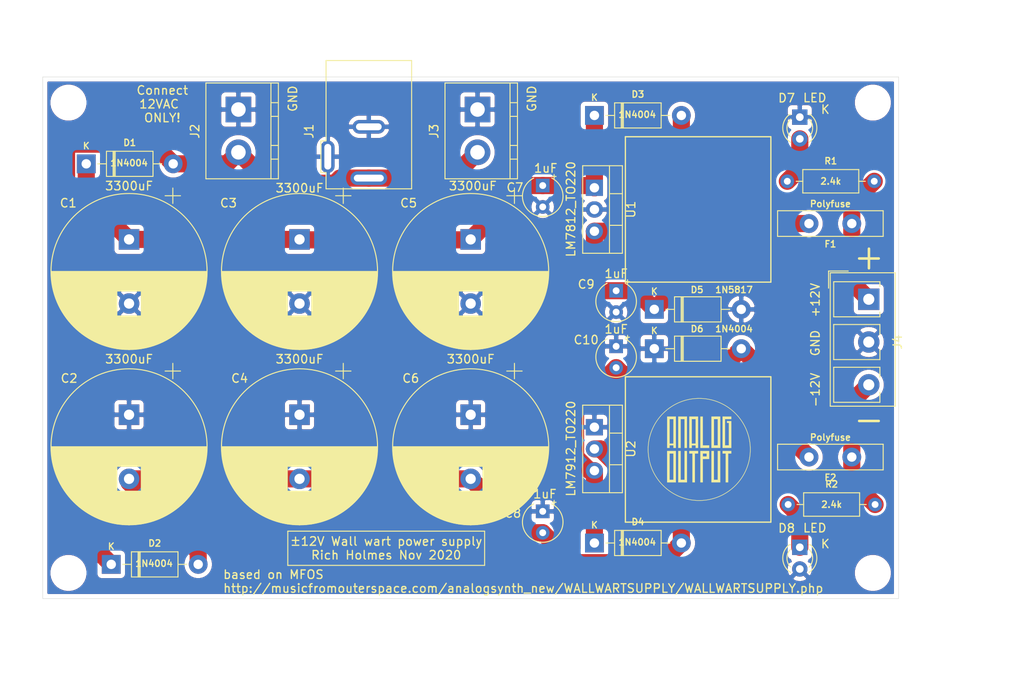
<source format=kicad_pcb>
(kicad_pcb (version 20211014) (generator pcbnew)
  (layers (0 "F.Cu" signal) (31 "B.Cu" signal) (34 "B.Paste" user) (35 "F.Paste" user) (36 "B.SilkS" user "B.Silkscreen") (37 "F.SilkS" user "F.Silkscreen") (38 "B.Mask" user) (39 "F.Mask" user) (44 "Edge.Cuts" user))
  (net 0 "")
  (net 1 "GND")
  (net 2 "Net-(C1-Pad1)")
  (net 3 "Net-(C2-Pad2)")
  (net 4 "Net-(C9-Pad1)")
  (net 5 "Net-(C10-Pad2)")
  (net 6 "Net-(D1-Pad2)")
  (net 7 "Net-(D7-Pad2)")
  (net 8 "Net-(D8-Pad1)")
  (net 9 "+12V")
  (net 10 "-12V")
  (footprint "Capacitor_THT:CP_Radial_Tantal_D4.5mm_P2.50mm" (layer "F.Cu") (at 117 95.5 -90)
    (fp_text reference "C10" (at -0.75 3.5 180) (layer "F.SilkS"))
    (fp_text value "1uF")
    (fp_text user "${VALUE}" (at -2 0) (layer "F.SilkS"))
    (pad "1" thru_hole rect locked (at 0 0 270) (size 1.6 1.6) (drill 0.8) (layers *.Cu *.Mask) (net 1 "GND"))
    (pad "2" thru_hole circle locked (at 2.5 0 270) (size 1.6 1.6) (drill 0.8) (layers *.Cu *.Mask) (net 5 "Net-(C10-Pad2)"))
  )
  (footprint "Capacitor_THT:CP_Radial_D18.0mm_P7.50mm" (layer "F.Cu") (at 80 83 -90)
    (fp_text reference "C3" (at -4.25 8.3 180) (layer "F.SilkS"))
    (fp_text value "3300uF")
    (fp_text user "${VALUE}" (at -6 0) (layer "F.SilkS"))
    (pad "1" thru_hole rect locked (at 0 0 270) (size 2.4 2.4) (drill 1.2) (layers *.Cu *.Mask) (net 2 "Net-(C1-Pad1)"))
    (pad "2" thru_hole circle locked (at 7.5 0 270) (size 2.4 2.4) (drill 1.2) (layers *.Cu *.Mask) (net 1 "GND"))
  )
  (footprint "Capacitor_THT:CP_Radial_D18.0mm_P7.50mm" (layer "F.Cu") (at 80 103.5 -90)
    (fp_text reference "C4" (at -4.25 7 180) (layer "F.SilkS"))
    (fp_text value "3300uF")
    (fp_text user "${VALUE}" (at -6.5 0) (layer "F.SilkS"))
    (pad "1" thru_hole rect locked (at 0 0 270) (size 2.4 2.4) (drill 1.2) (layers *.Cu *.Mask) (net 1 "GND"))
    (pad "2" thru_hole circle locked (at 7.5 0 270) (size 2.4 2.4) (drill 1.2) (layers *.Cu *.Mask) (net 3 "Net-(C2-Pad2)"))
  )
  (footprint "Capacitor_THT:CP_Radial_D18.0mm_P7.50mm" (layer "F.Cu") (at 100 83 -90)
    (fp_text reference "C5" (at -4.25 7.25 180) (layer "F.SilkS"))
    (fp_text value "3300uF")
    (fp_text user "${VALUE}" (at -6.25 -0.25) (layer "F.SilkS"))
    (pad "1" thru_hole rect locked (at 0 0 270) (size 2.4 2.4) (drill 1.2) (layers *.Cu *.Mask) (net 2 "Net-(C1-Pad1)"))
    (pad "2" thru_hole circle locked (at 7.5 0 270) (size 2.4 2.4) (drill 1.2) (layers *.Cu *.Mask) (net 1 "GND"))
  )
  (footprint "Capacitor_THT:CP_Radial_D18.0mm_P7.50mm" (layer "F.Cu") (at 100 103.5 -90)
    (fp_text reference "C6" (at -4.25 7 180) (layer "F.SilkS"))
    (fp_text value "3300uF")
    (fp_text user "${VALUE}" (at -6.5 0) (layer "F.SilkS"))
    (pad "1" thru_hole rect locked (at 0 0 270) (size 2.4 2.4) (drill 1.2) (layers *.Cu *.Mask) (net 1 "GND"))
    (pad "2" thru_hole circle locked (at 7.5 0 270) (size 2.4 2.4) (drill 1.2) (layers *.Cu *.Mask) (net 3 "Net-(C2-Pad2)"))
  )
  (footprint "Capacitor_THT:CP_Radial_Tantal_D4.5mm_P2.50mm" (layer "F.Cu") (at 108.42 76.7 -90)
    (fp_text reference "C7" (at 0.228856 3.25 180) (layer "F.SilkS"))
    (fp_text value "1uF")
    (fp_text user "${VALUE}" (at -2.021144 -0.35) (layer "F.SilkS"))
    (pad "1" thru_hole rect locked (at 0 0 270) (size 1.6 1.6) (drill 0.8) (layers *.Cu *.Mask) (net 2 "Net-(C1-Pad1)"))
    (pad "2" thru_hole circle locked (at 2.5 0 270) (size 1.6 1.6) (drill 0.8) (layers *.Cu *.Mask) (net 1 "GND"))
  )
  (footprint "Capacitor_THT:CP_Radial_Tantal_D4.5mm_P2.50mm" (layer "F.Cu") (at 108.42 114.8 -90)
    (fp_text reference "C8" (at 0.228856 3.5 180) (layer "F.SilkS"))
    (fp_text value "1uF")
    (fp_text user "${VALUE}" (at -2.021144 -0.25) (layer "F.SilkS"))
    (pad "1" thru_hole rect locked (at 0 0 270) (size 1.6 1.6) (drill 0.8) (layers *.Cu *.Mask) (net 1 "GND"))
    (pad "2" thru_hole circle locked (at 2.5 0 270) (size 1.6 1.6) (drill 0.8) (layers *.Cu *.Mask) (net 3 "Net-(C2-Pad2)"))
  )
  (footprint "Capacitor_THT:CP_Radial_Tantal_D4.5mm_P2.50mm" (layer "F.Cu") (at 117 89 -90)
    (fp_text reference "C9" (at -0.75 3.5 180) (layer "F.SilkS"))
    (fp_text value "1uF")
    (fp_text user "${VALUE}" (at -2 0) (layer "F.SilkS"))
    (pad "1" thru_hole rect locked (at 0 0 270) (size 1.6 1.6) (drill 0.8) (layers *.Cu *.Mask) (net 4 "Net-(C9-Pad1)"))
    (pad "2" thru_hole circle locked (at 2.5 0 270) (size 1.6 1.6) (drill 0.8) (layers *.Cu *.Mask) (net 1 "GND"))
  )
  (footprint "ao_tht:D_DO-41_SOD81_P10.16mm_Horizontal" (layer "F.Cu") (at 114.46 68.5)
    (fp_text reference "D3" (at 5.08 -2.47) (layer "F.SilkS") (effects (font (size 0.75 0.75))))
    (fp_text value "1N4004")
    (fp_text user "K" (at 0 -2.1) (layer "F.SilkS") (effects (font (size 0.75 0.75))))
    (fp_text user "${VALUE}" (at 5 -0.1) (layer "F.SilkS") (effects (font (size 0.75 0.75))))
    (pad "1" thru_hole rect locked (at 0 0) (size 2.2 2.2) (drill 1.1) (layers *.Cu *.Mask) (net 2 "Net-(C1-Pad1)"))
    (pad "2" thru_hole oval locked (at 10.16 0) (size 2.2 2.2) (drill 1.1) (layers *.Cu *.Mask) (net 4 "Net-(C9-Pad1)"))
  )
  (footprint "ao_tht:D_DO-41_SOD81_P10.16mm_Horizontal" (layer "F.Cu") (at 114.46 118.5)
    (fp_text reference "D4" (at 5.08 -2.47) (layer "F.SilkS") (effects (font (size 0.75 0.75))))
    (fp_text value "1N4004")
    (fp_text user "${VALUE}" (at 5 -0.1) (layer "F.SilkS") (effects (font (size 0.75 0.75))))
    (fp_text user "K" (at 0 -2.1) (layer "F.SilkS") (effects (font (size 0.75 0.75))))
    (pad "1" thru_hole rect locked (at 0 0) (size 2.2 2.2) (drill 1.1) (layers *.Cu *.Mask) (net 5 "Net-(C10-Pad2)"))
    (pad "2" thru_hole oval locked (at 10.16 0) (size 2.2 2.2) (drill 1.1) (layers *.Cu *.Mask) (net 3 "Net-(C2-Pad2)"))
  )
  (footprint "ao_tht:D_DO-41_SOD81_P10.16mm_Horizontal" (layer "F.Cu") (at 121.46 95.777712)
    (fp_text reference "D6" (at 4.994 -2.313712) (layer "F.SilkS") (effects (font (size 0.75 0.75))))
    (fp_text value "1N4004")
    (fp_text user "K" (at 0 -2.1) (layer "F.SilkS") (effects (font (size 0.75 0.75))))
    (fp_text user "${VALUE}" (at 9.312 -2.313712) (layer "F.SilkS") (effects (font (size 0.75 0.75))))
    (pad "1" thru_hole rect locked (at 0 0) (size 2.2 2.2) (drill 1.1) (layers *.Cu *.Mask) (net 1 "GND"))
    (pad "2" thru_hole oval locked (at 10.16 0) (size 2.2 2.2) (drill 1.1) (layers *.Cu *.Mask) (net 5 "Net-(C10-Pad2)"))
  )
  (footprint "LED_THT:LED_D3.0mm" (layer "F.Cu") (at 138.46 68.7 -90)
    (fp_text reference "D7" (at -2.23 1.54 180) (layer "F.SilkS"))
    (fp_text value "LED")
    (fp_text user "${VALUE}" (at -2.25 -1.75) (layer "F.SilkS"))
    (pad "1" thru_hole rect locked (at 0 0 270) (size 1.8 1.8) (drill 0.9) (layers *.Cu *.Mask) (net 1 "GND"))
    (pad "2" thru_hole circle locked (at 2.54 0 270) (size 1.8 1.8) (drill 0.9) (layers *.Cu *.Mask) (net 7 "Net-(D7-Pad2)"))
  )
  (footprint "LED_THT:LED_D3.0mm" (layer "F.Cu") (at 138.46 119 -90)
    (fp_text reference "D8" (at -2.23 1.54 180) (layer "F.SilkS"))
    (fp_text value "LED")
    (fp_text user "${VALUE}" (at -2.25 -1.75) (layer "F.SilkS"))
    (pad "1" thru_hole rect locked (at 0 0 270) (size 1.8 1.8) (drill 0.9) (layers *.Cu *.Mask) (net 8 "Net-(D8-Pad1)"))
    (pad "2" thru_hole circle locked (at 2.54 0 270) (size 1.8 1.8) (drill 0.9) (layers *.Cu *.Mask) (net 1 "GND"))
  )
  (footprint "ao_tht:PPTC_RXEF110" (layer "F.Cu") (at 142.035 81.145 180)
    (fp_text reference "F1" (at 0 -2.4) (layer "F.SilkS") (effects (font (size 0.75 0.75))))
    (fp_text value "Polyfuse")
    (fp_text user "${VALUE}" (at 0 2.3) (layer "F.SilkS") (effects (font (size 0.75 0.75))))
    (pad "1" thru_hole circle locked (at -2.5 0 180) (size 2.2 2.2) (drill 1.1) (layers *.Cu *.Mask) (net 9 "+12V"))
    (pad "2" thru_hole circle locked (at 2.5 0 180) (size 2.2 2.2) (drill 1.1) (layers *.Cu *.Mask) (net 4 "Net-(C9-Pad1)"))
  )
  (footprint "ao_tht:PPTC_RXEF110" (layer "F.Cu") (at 142.035 108.45 180)
    (fp_text reference "F2" (at 0 -2.4) (layer "F.SilkS") (effects (font (size 0.75 0.75))))
    (fp_text value "Polyfuse")
    (fp_text user "${VALUE}" (at 0 2.3) (layer "F.SilkS") (effects (font (size 0.75 0.75))))
    (pad "1" thru_hole circle locked (at -2.5 0 180) (size 2.2 2.2) (drill 1.1) (layers *.Cu *.Mask) (net 10 "-12V"))
    (pad "2" thru_hole circle locked (at 2.5 0 180) (size 2.2 2.2) (drill 1.1) (layers *.Cu *.Mask) (net 5 "Net-(C10-Pad2)"))
  )
  (footprint "ao_tht:TerminalBlock_Degson_DG301_1x03_P5.00mm_Vertical" (layer "F.Cu") (at 146.52 95 -90)
    (fp_text reference "J4" (at 0 -3.36 90) (layer "F.SilkS"))
    (fp_text value "Conn_01x03")
    (pad "1" thru_hole rect locked (at -5 0 270) (size 2.5 2.5) (drill 1.3) (layers *.Cu *.Mask) (net 9 "+12V"))
    (pad "2" thru_hole circle locked (at 0 0 270) (size 2.5 2.5) (drill 1.3) (layers *.Cu *.Mask) (net 1 "GND"))
    (pad "3" thru_hole circle locked (at 5 0 270) (size 2.5 2.5) (drill 1.3) (layers *.Cu *.Mask) (net 10 "-12V"))
  )
  (footprint "ao_tht:R_Axial_DIN0207_L6.3mm_D2.5mm_P10.16mm_Horizontal" (layer "F.Cu") (at 137 76.2)
    (fp_text reference "R1" (at 5.08 -2.37) (layer "F.SilkS") (effects (font (size 0.75 0.75))))
    (fp_text value "2.4k")
    (fp_text user "${VALUE}" (at 5.08 0) (layer "F.SilkS") (effects (font (size 0.75 0.75))))
    (pad "1" thru_hole circle locked (at 0 0) (size 1.6 1.6) (drill 0.8) (layers *.Cu *.Mask) (net 7 "Net-(D7-Pad2)"))
    (pad "2" thru_hole oval locked (at 10.16 0) (size 1.6 1.6) (drill 0.8) (layers *.Cu *.Mask) (net 9 "+12V"))
  )
  (footprint "ao_tht:R_Axial_DIN0207_L6.3mm_D2.5mm_P10.16mm_Horizontal" (layer "F.Cu") (at 137.1 114)
    (fp_text reference "R2" (at 5.08 -2.37) (layer "F.SilkS") (effects (font (size 0.75 0.75))))
    (fp_text value "2.4k")
    (fp_text user "${VALUE}" (at 5.08 0) (layer "F.SilkS") (effects (font (size 0.75 0.75))))
    (pad "1" thru_hole circle locked (at 0 0) (size 1.6 1.6) (drill 0.8) (layers *.Cu *.Mask) (net 8 "Net-(D8-Pad1)"))
    (pad "2" thru_hole oval locked (at 10.16 0) (size 1.6 1.6) (drill 0.8) (layers *.Cu *.Mask) (net 10 "-12V"))
  )
  (footprint "Package_TO_SOT_THT:TO-220-3_Vertical" (layer "F.Cu") (at 114.46 104.96 -90)
    (fp_text reference "U2" (at 2.54 -4.27 90) (layer "F.SilkS"))
    (fp_text value "LM7912_TO220")
    (fp_text user "${VALUE}" (at 2.5 2.75 -90) (layer "F.SilkS"))
    (pad "1" thru_hole rect locked (at 0 0 270) (size 1.905 2) (drill 1.1) (layers *.Cu *.Mask) (net 1 "GND"))
    (pad "2" thru_hole oval locked (at 2.54 0 270) (size 1.905 2) (drill 1.1) (layers *.Cu *.Mask) (net 3 "Net-(C2-Pad2)"))
    (pad "3" thru_hole oval locked (at 5.08 0 270) (size 1.905 2) (drill 1.1) (layers *.Cu *.Mask) (net 5 "Net-(C10-Pad2)"))
  )
  (footprint "Diode_THT:D_DO-41_SOD81_P10.16mm_Horizontal" (layer "F.Cu") (at 121.46 91.18)
    (fp_text reference "D5" (at 4.994 -2.288) (layer "F.SilkS") (effects (font (size 0.75 0.75))))
    (fp_text value "1N5817")
    (fp_text user "K" (at 0 -2.1) (layer "F.SilkS") (effects (font (size 0.75 0.75))))
    (fp_text user "${VALUE}" (at 9.312 -2.288 unlocked) (layer "F.SilkS") (effects (font (size 0.75 0.75))))
    (pad "1" thru_hole rect (at 0 0) (size 2.2 2.2) (drill 1.1) (layers *.Cu *.Mask) (net 4 "Net-(C9-Pad1)"))
    (pad "2" thru_hole oval (at 10.16 0) (size 2.2 2.2) (drill 1.1) (layers *.Cu *.Mask) (net 1 "GND"))
  )
  (footprint "Package_TO_SOT_THT:TO-220-3_Vertical" (layer "F.Cu") (at 114.46 76.96 -90)
    (fp_text reference "U1" (at 2.54 -4.27 90) (layer "F.SilkS"))
    (fp_text value "LM7812_TO220")
    (fp_text user "${VALUE}" (at 2.5 2.75 -90) (layer "F.SilkS"))
    (pad "1" thru_hole rect locked (at 0 0 270) (size 1.905 2) (drill 1.1) (layers *.Cu *.Mask) (net 2 "Net-(C1-Pad1)"))
    (pad "2" thru_hole oval locked (at 2.54 0 270) (size 1.905 2) (drill 1.1) (layers *.Cu *.Mask) (net 1 "GND"))
    (pad "3" thru_hole oval locked (at 5.08 0 270) (size 1.905 2) (drill 1.1) (layers *.Cu *.Mask) (net 4 "Net-(C9-Pad1)"))
  )
  (footprint "ao_tht:TerminalBlock_dinkle_pluggable_2_P5.00mm" (layer "F.Cu") (at 72.86 67.81 -90)
    (fp_text reference "J2" (at 2.54 5.08 90) (layer "F.SilkS"))
    (fp_text value "Conn_01x02")
    (pad "1" thru_hole rect locked (at 0 0 270) (size 3 3) (drill 1.7) (layers *.Cu *.Mask) (net 1 "GND"))
    (pad "2" thru_hole circle locked (at 5 0 270) (size 3 3) (drill 1.7) (layers *.Cu *.Mask) (net 6 "Net-(D1-Pad2)"))
  )
  (footprint "Capacitor_THT:CP_Radial_D18.0mm_P7.50mm" (layer "F.Cu") (at 60.08 103.5 -90)
    (fp_text reference "C2" (at -4.25 7 180) (layer "F.SilkS"))
    (fp_text value "3300uF")
    (fp_text user "${VALUE}" (at -6.5 0) (layer "F.SilkS"))
    (pad "1" thru_hole rect locked (at 0 0 270) (size 2.4 2.4) (drill 1.2) (layers *.Cu *.Mask) (net 1 "GND"))
    (pad "2" thru_hole circle locked (at 7.5 0 270) (size 2.4 2.4) (drill 1.2) (layers *.Cu *.Mask) (net 3 "Net-(C2-Pad2)"))
  )
  (footprint "Capacitor_THT:CP_Radial_D18.0mm_P7.50mm" (layer "F.Cu") (at 60.08 83 -90)
    (fp_text reference "C1" (at -4.25 7.1 180) (layer "F.SilkS"))
    (fp_text value "3300uF")
    (fp_text user "${VALUE}" (at -6.25 0) (layer "F.SilkS"))
    (pad "1" thru_hole rect locked (at 0 0 270) (size 2.4 2.4) (drill 1.2) (layers *.Cu *.Mask) (net 2 "Net-(C1-Pad1)"))
    (pad "2" thru_hole circle locked (at 7.5 0 270) (size 2.4 2.4) (drill 1.2) (layers *.Cu *.Mask) (net 1 "GND"))
  )
  (footprint "ao_tht:D_DO-41_SOD81_P10.16mm_Horizontal" (layer "F.Cu") (at 55.08 74.16)
    (fp_text reference "D1" (at 5.08 -2.47) (layer "F.SilkS") (effects (font (size 0.75 0.75))))
    (fp_text value "1N4004")
    (fp_text user "K" (at 0 -2.1) (layer "F.SilkS") (effects (font (size 0.75 0.75))))
    (fp_text user "${VALUE}" (at 5 -0.1) (layer "F.SilkS") (effects (font (size 0.75 0.75))))
    (pad "1" thru_hole rect locked (at 0 0) (size 2.2 2.2) (drill 1.1) (layers *.Cu *.Mask) (net 2 "Net-(C1-Pad1)"))
    (pad "2" thru_hole oval locked (at 10.16 0) (size 2.2 2.2) (drill 1.1) (layers *.Cu *.Mask) (net 6 "Net-(D1-Pad2)"))
  )
  (footprint "ao_tht:D_DO-41_SOD81_P10.16mm_Horizontal" (layer "F.Cu") (at 58 121)
    (fp_text reference "D2" (at 5.08 -2.47) (layer "F.SilkS") (effects (font (size 0.75 0.75))))
    (fp_text value "1N4004")
    (fp_text user "${VALUE}" (at 5 -0.1) (layer "F.SilkS") (effects (font (size 0.75 0.75))))
    (fp_text user "K" (at 0 -2.1) (layer "F.SilkS") (effects (font (size 0.75 0.75))))
    (pad "1" thru_hole rect locked (at 0 0) (size 2.2 2.2) (drill 1.1) (layers *.Cu *.Mask) (net 6 "Net-(D1-Pad2)"))
    (pad "2" thru_hole oval locked (at 10.16 0) (size 2.2 2.2) (drill 1.1) (layers *.Cu *.Mask) (net 3 "Net-(C2-Pad2)"))
  )
  (footprint "ao_tht:Wall_wart_A-4118" (layer "F.Cu") (at 88.1 69.08 -90)
    (fp_text reference "J1" (at 1.27 6.985 -90) (layer "F.SilkS"))
    (fp_text value "Conn_01x03")
    (pad "1" thru_hole oval locked (at 4.25 4.8 270) (size 3.8 1.6) (drill oval 3 0.8) (layers *.Cu *.Mask) (net 1 "GND"))
    (pad "2" thru_hole oval locked (at 0.75 0 270) (size 1.6 3.8) (drill oval 0.8 3) (layers *.Cu *.Mask) (net 1 "GND"))
    (pad "3" thru_hole oval locked (at 6.75 0 270) (size 1.6 4.3) (drill oval 0.8 3.5) (layers *.Cu *.Mask) (net 6 "Net-(D1-Pad2)"))
  )
  (footprint "ao_tht:analogoutput_12mm" (layer "F.Cu") (at 126.708 107.561)
    (fp_text reference "GRAF1" hide)
    (fp_text value "AO logo" hide)
  )
  (footprint "ao_tht:MountingHole_3.2mm_M3" (layer "F.Cu") (at 53 67)
    (fp_text reference "H1" hide)
    (fp_text value "MountingHole")
    (pad "" np_thru_hole circle locked (at 0 0) (size 3.2 3.2) (drill 3.2) (layers *.Cu *.Mask))
  )
  (footprint "ao_tht:MountingHole_3.2mm_M3" (layer "F.Cu") (at 147 67)
    (fp_text reference "H2" hide)
    (fp_text value "MountingHole")
    (pad "" np_thru_hole circle locked (at 0 0) (size 3.2 3.2) (drill 3.2) (layers *.Cu *.Mask))
  )
  (footprint "ao_tht:MountingHole_3.2mm_M3" (layer "F.Cu") (at 53 122)
    (fp_text reference "H3" hide)
    (fp_text value "MountingHole")
    (pad "" np_thru_hole circle locked (at 0 0) (size 3.2 3.2) (drill 3.2) (layers *.Cu *.Mask))
  )
  (footprint "ao_tht:MountingHole_3.2mm_M3" (layer "F.Cu") (at 147 122)
    (fp_text reference "H4" hide)
    (fp_text value "MountingHole")
    (pad "" np_thru_hole circle locked (at 0 0) (size 3.2 3.2) (drill 3.2) (layers *.Cu *.Mask))
  )
  (footprint "ao_tht:Heatsink_17x17mm_A-5093" (layer "F.Cu") (at 126.581 79.494)
    (fp_text reference "HS1" hide)
    (fp_text value "Heatsink")
  )
  (footprint "ao_tht:Heatsink_17x17mm_A-5093" (layer "F.Cu") (at 126.581 107.561)
    (fp_text reference "HS2" hide)
    (fp_text value "Heatsink")
  )
  (footprint "ao_tht:TerminalBlock_dinkle_pluggable_2_P5.00mm" (layer "F.Cu") (at 100.8 67.81 -90)
    (fp_text reference "J3" (at 2.54 5.08 90) (layer "F.SilkS"))
    (fp_text value "Conn_01x02")
    (pad "1" thru_hole rect locked (at 0 0 270) (size 3 3) (drill 1.7) (layers *.Cu *.Mask) (net 1 "GND"))
    (pad "2" thru_hole circle locked (at 5 0 270) (size 3 3) (drill 1.7) (layers *.Cu *.Mask) (net 6 "Net-(D1-Pad2)"))
  )
  (gr_line (start 78.63 121.115) (end 78.63 117.115) (layer "F.SilkS") (width 0.12))
  (gr_line (start 101.63 121.115) (end 78.63 121.115) (layer "F.SilkS") (width 0.12))
  (gr_line (start 101.63 117.115) (end 101.63 121.115) (layer "F.SilkS") (width 0.12))
  (gr_line (start 78.63 117.115) (end 101.63 117.115) (layer "F.SilkS") (width 0.12))
  (gr_line (start 50 125) (end 50 64) (layer "Edge.Cuts") (width 0.05))
  (gr_line (start 150 125) (end 50 125) (layer "Edge.Cuts") (width 0.05))
  (gr_line (start 150 64) (end 150 125) (layer "Edge.Cuts") (width 0.05))
  (gr_line (start 50 64) (end 150 64) (layer "Edge.Cuts") (width 0.05))
  (gr_text "±12V Wall wart power supply\nRich Holmes Nov 2020" (at 90.13 119.115) (layer "F.SilkS") (effects (font (size 1 1))))
  (gr_text "-12V" (at 140.27 98.5 90) (layer "F.SilkS") (effects (font (size 1 1)) (justify right)))
  (gr_text "GND" (at 140.27 93.5 90) (layer "F.SilkS") (effects (font (size 1 1)) (justify right)))
  (gr_text "-" (at 146.54 104) (layer "F.SilkS") (effects (font (size 3 3) (thickness 0.3))))
  (gr_text "GND" (at 79.21 66.54 90) (layer "F.SilkS") (effects (font (size 1 1))))
  (gr_text "GND" (at 107.15 66.54 90) (layer "F.SilkS") (effects (font (size 1 1))))
  (gr_text "K" (at 141.44 118.61) (layer "F.SilkS") (effects (font (size 1 1))))
  (gr_text "+12V" (at 140.27 88 90) (layer "F.SilkS") (effects (font (size 1 1)) (justify right)))
  (gr_text "based on MFOS \nhttp://musicfromouterspace.com/analogsynth_new/WALLWARTSUPPLY/WALLWARTSUPPLY.php" (at 71 123) (layer "F.SilkS") (effects (font (size 1 1)) (justify left)))
  (gr_text "K" (at 141.44 67.81) (layer "F.SilkS") (effects (font (size 1 1))))
  (gr_text "Connect\n12VAC \nONLY!" (at 63.97 67.175) (layer "F.SilkS") (effects (font (size 1 1))))
  (gr_text "+" (at 146.54 85) (layer "F.SilkS") (effects (font (size 3 3) (thickness 0.3))))
  (segment (start 114.2 76.7) (end 114.46 76.96) (width 2) (layer "F.Cu") (net 2))
  (segment (start 80 83) (end 80.05 83.05) (width 2) (layer "F.Cu") (net 2))
  (segment (start 106.3 76.7) (end 108.42 76.7) (width 2) (layer "F.Cu") (net 2))
  (segment (start 60 83) (end 80 83) (width 2) (layer "F.Cu") (net 2))
  (segment (start 55.08 78) (end 60.08 83) (width 2) (layer "F.Cu") (net 2))
  (segment (start 100 83) (end 106.3 76.7) (width 2) (layer "F.Cu") (net 2))
  (segment (start 55.08 74.16) (end 55.08 78) (width 2) (layer "F.Cu") (net 2))
  (segment (start 99.95 83.05) (end 100 83) (width 2) (layer "F.Cu") (net 2))
  (segment (start 108.42 76.7) (end 114.2 76.7) (width 2) (layer "F.Cu") (net 2))
  (segment (start 114.46 68.5) (end 114.46 76.96) (width 2) (layer "F.Cu") (net 2))
  (segment (start 80.05 83.05) (end 99.95 83.05) (width 2) (layer "F.Cu") (net 2))
  (segment (start 60.08 111) (end 80 111) (width 2) (layer "F.Cu") (net 3))
  (segment (start 80 111) (end 100 111) (width 2) (layer "F.Cu") (net 3))
  (segment (start 106.3 117.3) (end 108.42 117.3) (width 2) (layer "F.Cu") (net 3))
  (segment (start 60.08 111) (end 60.08 111.42) (width 2) (layer "F.Cu") (net 3))
  (segment (start 108.42 117.3) (end 111.920001 120.800001) (width 2) (layer "F.Cu") (net 3))
  (segment (start 111.920001 120.800001) (end 122.319999 120.800001) (width 2) (layer "F.Cu") (net 3))
  (segment (start 68.16 119.5) (end 68.16 121) (width 2) (layer "F.Cu") (net 3))
  (segment (start 124.62 116.944366) (end 115.175634 107.5) (width 2) (layer "F.Cu") (net 3))
  (segment (start 115.175634 107.5) (end 114.46 107.5) (width 2) (layer "F.Cu") (net 3))
  (segment (start 124.62 118.5) (end 124.62 116.944366) (width 2) (layer "F.Cu") (net 3))
  (segment (start 100 111) (end 106.3 117.3) (width 2) (layer "F.Cu") (net 3))
  (segment (start 122.319999 120.800001) (end 124.62 118.5) (width 2) (layer "F.Cu") (net 3))
  (segment (start 60.08 111.42) (end 68.16 119.5) (width 2) (layer "F.Cu") (net 3))
  (segment (start 124.62 68.5) (end 124.62 74.88) (width 2) (layer "F.Cu") (net 4))
  (segment (start 119.28 89) (end 121.46 91.18) (width 2) (layer "F.Cu") (net 4))
  (segment (start 139.535 81.145) (end 131.495 81.145) (width 2) (layer "F.Cu") (net 4))
  (segment (start 114.46 89) (end 119.28 89) (width 2) (layer "F.Cu") (net 4))
  (segment (start 131.495 81.145) (end 121.46 91.18) (width 2) (layer "F.Cu") (net 4))
  (segment (start 114.46 82.04) (end 114.46 89) (width 2) (layer "F.Cu") (net 4))
  (segment (start 117.46 82.04) (end 114.46 82.04) (width 2) (layer "F.Cu") (net 4))
  (segment (start 124.62 74.88) (end 117.46 82.04) (width 2) (layer "F.Cu") (net 4))
  (segment (start 128.597713 98.799999) (end 131.62 95.777712) (width 2) (layer "F.Cu") (net 5))
  (segment (start 112.259999 108.411282) (end 112.259999 102.740001) (width 2) (layer "F.Cu") (net 5))
  (segment (start 139.535 108.45) (end 138.36 107.275) (width 2) (layer "F.Cu") (net 5))
  (segment (start 138.36 102.517712) (end 131.62 95.777712) (width 2) (layer "F.Cu") (net 5))
  (segment (start 113.888717 110.04) (end 112.259999 108.411282) (width 2) (layer "F.Cu") (net 5))
  (segment (start 112.259999 102.740001) (end 117 98) (width 2) (layer "F.Cu") (net 5))
  (segment (start 117.799999 98.799999) (end 128.597713 98.799999) (width 2) (layer "F.Cu") (net 5))
  (segment (start 117 98) (end 117.799999 98.799999) (width 2) (layer "F.Cu") (net 5))
  (segment (start 138.36 107.275) (end 138.36 102.517712) (width 2) (layer "F.Cu") (net 5))
  (segment (start 114.46 110.04) (end 113.888717 110.04) (width 2) (layer "F.Cu") (net 5))
  (segment (start 114.46 110.059674) (end 114.46 118.5) (width 2) (layer "F.Cu") (net 5))
  (segment (start 88.1 75.83) (end 97.78 75.83) (width 2) (layer "F.Cu") (net 6))
  (segment (start 76.48001 76.43001) (end 72.86 72.81) (width 2) (layer "F.Cu") (net 6))
  (segment (start 71.51 74.16) (end 72.86 72.81) (width 2) (layer "F.Cu") (net 6))
  (segment (start 62.939999 71.859999) (end 65.24 74.16) (width 2) (layer "F.Cu") (net 6))
  (segment (start 58 121) (end 52.779999 115.779999) (width 2) (layer "F.Cu") (net 6))
  (segment (start 65.24 74.16) (end 71.51 74.16) (width 2) (layer "F.Cu") (net 6))
  (segment (start 52.779999 72.099999) (end 53.019999 71.859999) (width 2) (layer "F.Cu") (net 6))
  (segment (start 97.78 75.83) (end 100.8 72.81) (width 2) (layer "F.Cu") (net 6))
  (segment (start 84.128431 76.43001) (end 76.48001 76.43001) (width 2) (layer "F.Cu") (net 6))
  (segment (start 84.728441 75.83) (end 84.128431 76.43001) (width 2) (layer "F.Cu") (net 6))
  (segment (start 52.779999 115.779999) (end 52.779999 72.099999) (width 2) (layer "F.Cu") (net 6))
  (segment (start 88.1 75.83) (end 84.728441 75.83) (width 2) (layer "F.Cu") (net 6))
  (segment (start 53.019999 71.859999) (end 62.939999 71.859999) (width 2) (layer "F.Cu") (net 6))
  (segment (start 138.46 71.24) (end 138.46 74.74) (width 2) (layer "F.Cu") (net 7))
  (segment (start 138.46 74.74) (end 137 76.2) (width 2) (layer "F.Cu") (net 7))
  (segment (start 138.46 115.36) (end 137.1 114) (width 2) (layer "F.Cu") (net 8))
  (segment (start 138.46 119) (end 138.46 115.36) (width 2) (layer "F.Cu") (net 8))
  (segment (start 144.535 78.825) (end 147.16 76.2) (width 2) (layer "F.Cu") (net 9))
  (segment (start 144.535 81.145) (end 144.535 78.825) (width 2) (layer "F.Cu") (net 9))
  (segment (start 144.535 88.015) (end 146.52 90) (width 2) (layer "F.Cu") (net 9))
  (segment (start 144.535 81.145) (end 144.535 88.015) (width 2) (layer "F.Cu") (net 9))
  (segment (start 144.535 108.45) (end 144.535 101.985) (width 2) (layer "F.Cu") (net 10))
  (segment (start 144.535 108.45) (end 144.535 111.275) (width 2) (layer "F.Cu") (net 10))
  (segment (start 144.535 101.985) (end 146.52 100) (width 2) (layer "F.Cu") (net 10))
  (segment (start 144.535 111.275) (end 147.26 114) (width 2) (layer "F.Cu") (net 10))
  (zone (net 1) (net_name "GND") (layer "F.Cu") (connect_pads (clearance 0.508)) (min_thickness 0.254) (fill yes (thermal_gap 0.508) (thermal_bridge_width 0.508))
    (polygon (pts (xy 155 60) (xy 155 135) (xy 45 135) (xy 45 60)))
  )
  (zone (net 1) (net_name "GND") (layer "B.Cu") (connect_pads (clearance 0.508)) (min_thickness 0.254) (fill yes (thermal_gap 0.508) (thermal_bridge_width 0.508))
    (polygon (pts (xy 155 60) (xy 155 135) (xy 45 135) (xy 45 60)))
  )
)
</source>
